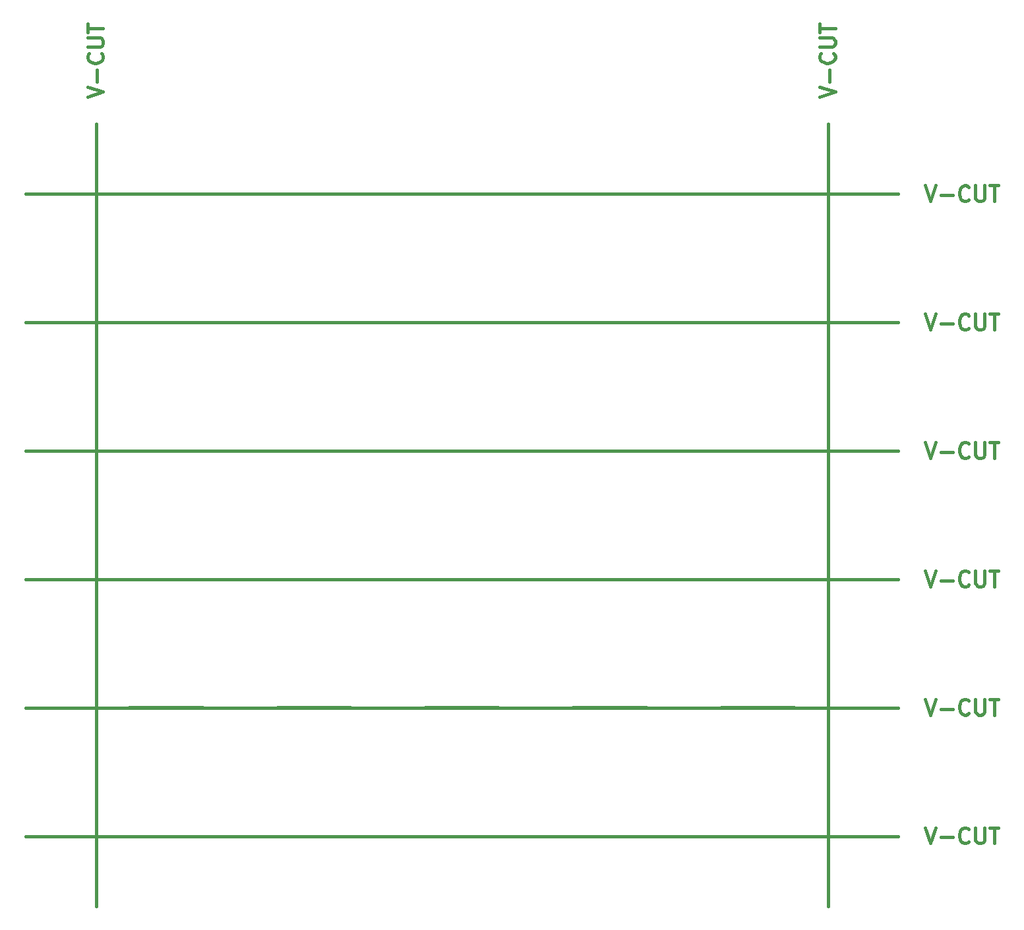
<source format=gbr>
G04 #@! TF.GenerationSoftware,KiCad,Pcbnew,(6.0.11)*
G04 #@! TF.CreationDate,2023-02-11T17:54:07+01:00*
G04 #@! TF.ProjectId,UDB-panel,5544422d-7061-46e6-956c-2e6b69636164,C4-RC1*
G04 #@! TF.SameCoordinates,Original*
G04 #@! TF.FileFunction,Other,Comment*
%FSLAX46Y46*%
G04 Gerber Fmt 4.6, Leading zero omitted, Abs format (unit mm)*
G04 Created by KiCad (PCBNEW (6.0.11)) date 2023-02-11 17:54:07*
%MOMM*%
%LPD*%
G01*
G04 APERTURE LIST*
%ADD10C,0.400000*%
%ADD11C,0.150000*%
G04 APERTURE END LIST*
D10*
X100000000Y97500000D02*
X100000000Y-3000000D01*
X-3000000Y39000000D02*
X109000000Y39000000D01*
X-3000000Y88500000D02*
X109000000Y88500000D01*
X6000000Y97500000D02*
X6000000Y-3000000D01*
X-3000000Y55500000D02*
X109000000Y55500000D01*
X-3000000Y72000000D02*
X109000000Y72000000D01*
X-3000000Y22500000D02*
X109000000Y22500000D01*
X-3000000Y6000000D02*
X109000000Y6000000D01*
X98904761Y100950477D02*
X100904761Y101617143D01*
X98904761Y102283810D01*
X100142857Y102950477D02*
X100142857Y104474286D01*
X100714285Y106569524D02*
X100809523Y106474286D01*
X100904761Y106188572D01*
X100904761Y105998096D01*
X100809523Y105712381D01*
X100619047Y105521905D01*
X100428571Y105426667D01*
X100047619Y105331429D01*
X99761904Y105331429D01*
X99380952Y105426667D01*
X99190476Y105521905D01*
X99000000Y105712381D01*
X98904761Y105998096D01*
X98904761Y106188572D01*
X99000000Y106474286D01*
X99095238Y106569524D01*
X98904761Y107426667D02*
X100523809Y107426667D01*
X100714285Y107521905D01*
X100809523Y107617143D01*
X100904761Y107807620D01*
X100904761Y108188572D01*
X100809523Y108379048D01*
X100714285Y108474286D01*
X100523809Y108569524D01*
X98904761Y108569524D01*
X98904761Y109236191D02*
X98904761Y110379048D01*
X100904761Y109807620D02*
X98904761Y109807620D01*
X112450476Y73095239D02*
X113117142Y71095239D01*
X113783809Y73095239D01*
X114450476Y71857143D02*
X115974285Y71857143D01*
X118069523Y71285715D02*
X117974285Y71190477D01*
X117688571Y71095239D01*
X117498095Y71095239D01*
X117212380Y71190477D01*
X117021904Y71380953D01*
X116926666Y71571429D01*
X116831428Y71952381D01*
X116831428Y72238096D01*
X116926666Y72619048D01*
X117021904Y72809524D01*
X117212380Y73000000D01*
X117498095Y73095239D01*
X117688571Y73095239D01*
X117974285Y73000000D01*
X118069523Y72904762D01*
X118926666Y73095239D02*
X118926666Y71476191D01*
X119021904Y71285715D01*
X119117142Y71190477D01*
X119307619Y71095239D01*
X119688571Y71095239D01*
X119879047Y71190477D01*
X119974285Y71285715D01*
X120069523Y71476191D01*
X120069523Y73095239D01*
X120736190Y73095239D02*
X121879047Y73095239D01*
X121307619Y71095239D02*
X121307619Y73095239D01*
X112450476Y23595239D02*
X113117142Y21595239D01*
X113783809Y23595239D01*
X114450476Y22357143D02*
X115974285Y22357143D01*
X118069523Y21785715D02*
X117974285Y21690477D01*
X117688571Y21595239D01*
X117498095Y21595239D01*
X117212380Y21690477D01*
X117021904Y21880953D01*
X116926666Y22071429D01*
X116831428Y22452381D01*
X116831428Y22738096D01*
X116926666Y23119048D01*
X117021904Y23309524D01*
X117212380Y23500000D01*
X117498095Y23595239D01*
X117688571Y23595239D01*
X117974285Y23500000D01*
X118069523Y23404762D01*
X118926666Y23595239D02*
X118926666Y21976191D01*
X119021904Y21785715D01*
X119117142Y21690477D01*
X119307619Y21595239D01*
X119688571Y21595239D01*
X119879047Y21690477D01*
X119974285Y21785715D01*
X120069523Y21976191D01*
X120069523Y23595239D01*
X120736190Y23595239D02*
X121879047Y23595239D01*
X121307619Y21595239D02*
X121307619Y23595239D01*
X112450476Y56595239D02*
X113117142Y54595239D01*
X113783809Y56595239D01*
X114450476Y55357143D02*
X115974285Y55357143D01*
X118069523Y54785715D02*
X117974285Y54690477D01*
X117688571Y54595239D01*
X117498095Y54595239D01*
X117212380Y54690477D01*
X117021904Y54880953D01*
X116926666Y55071429D01*
X116831428Y55452381D01*
X116831428Y55738096D01*
X116926666Y56119048D01*
X117021904Y56309524D01*
X117212380Y56500000D01*
X117498095Y56595239D01*
X117688571Y56595239D01*
X117974285Y56500000D01*
X118069523Y56404762D01*
X118926666Y56595239D02*
X118926666Y54976191D01*
X119021904Y54785715D01*
X119117142Y54690477D01*
X119307619Y54595239D01*
X119688571Y54595239D01*
X119879047Y54690477D01*
X119974285Y54785715D01*
X120069523Y54976191D01*
X120069523Y56595239D01*
X120736190Y56595239D02*
X121879047Y56595239D01*
X121307619Y54595239D02*
X121307619Y56595239D01*
X4904761Y100950477D02*
X6904761Y101617143D01*
X4904761Y102283810D01*
X6142857Y102950477D02*
X6142857Y104474286D01*
X6714285Y106569524D02*
X6809523Y106474286D01*
X6904761Y106188572D01*
X6904761Y105998096D01*
X6809523Y105712381D01*
X6619047Y105521905D01*
X6428571Y105426667D01*
X6047619Y105331429D01*
X5761904Y105331429D01*
X5380952Y105426667D01*
X5190476Y105521905D01*
X5000000Y105712381D01*
X4904761Y105998096D01*
X4904761Y106188572D01*
X5000000Y106474286D01*
X5095238Y106569524D01*
X4904761Y107426667D02*
X6523809Y107426667D01*
X6714285Y107521905D01*
X6809523Y107617143D01*
X6904761Y107807620D01*
X6904761Y108188572D01*
X6809523Y108379048D01*
X6714285Y108474286D01*
X6523809Y108569524D01*
X4904761Y108569524D01*
X4904761Y109236191D02*
X4904761Y110379048D01*
X6904761Y109807620D02*
X4904761Y109807620D01*
X112450476Y7095239D02*
X113117142Y5095239D01*
X113783809Y7095239D01*
X114450476Y5857143D02*
X115974285Y5857143D01*
X118069523Y5285715D02*
X117974285Y5190477D01*
X117688571Y5095239D01*
X117498095Y5095239D01*
X117212380Y5190477D01*
X117021904Y5380953D01*
X116926666Y5571429D01*
X116831428Y5952381D01*
X116831428Y6238096D01*
X116926666Y6619048D01*
X117021904Y6809524D01*
X117212380Y7000000D01*
X117498095Y7095239D01*
X117688571Y7095239D01*
X117974285Y7000000D01*
X118069523Y6904762D01*
X118926666Y7095239D02*
X118926666Y5476191D01*
X119021904Y5285715D01*
X119117142Y5190477D01*
X119307619Y5095239D01*
X119688571Y5095239D01*
X119879047Y5190477D01*
X119974285Y5285715D01*
X120069523Y5476191D01*
X120069523Y7095239D01*
X120736190Y7095239D02*
X121879047Y7095239D01*
X121307619Y5095239D02*
X121307619Y7095239D01*
X112450476Y40095239D02*
X113117142Y38095239D01*
X113783809Y40095239D01*
X114450476Y38857143D02*
X115974285Y38857143D01*
X118069523Y38285715D02*
X117974285Y38190477D01*
X117688571Y38095239D01*
X117498095Y38095239D01*
X117212380Y38190477D01*
X117021904Y38380953D01*
X116926666Y38571429D01*
X116831428Y38952381D01*
X116831428Y39238096D01*
X116926666Y39619048D01*
X117021904Y39809524D01*
X117212380Y40000000D01*
X117498095Y40095239D01*
X117688571Y40095239D01*
X117974285Y40000000D01*
X118069523Y39904762D01*
X118926666Y40095239D02*
X118926666Y38476191D01*
X119021904Y38285715D01*
X119117142Y38190477D01*
X119307619Y38095239D01*
X119688571Y38095239D01*
X119879047Y38190477D01*
X119974285Y38285715D01*
X120069523Y38476191D01*
X120069523Y40095239D01*
X120736190Y40095239D02*
X121879047Y40095239D01*
X121307619Y38095239D02*
X121307619Y40095239D01*
X112450476Y89595239D02*
X113117142Y87595239D01*
X113783809Y89595239D01*
X114450476Y88357143D02*
X115974285Y88357143D01*
X118069523Y87785715D02*
X117974285Y87690477D01*
X117688571Y87595239D01*
X117498095Y87595239D01*
X117212380Y87690477D01*
X117021904Y87880953D01*
X116926666Y88071429D01*
X116831428Y88452381D01*
X116831428Y88738096D01*
X116926666Y89119048D01*
X117021904Y89309524D01*
X117212380Y89500000D01*
X117498095Y89595239D01*
X117688571Y89595239D01*
X117974285Y89500000D01*
X118069523Y89404762D01*
X118926666Y89595239D02*
X118926666Y87976191D01*
X119021904Y87785715D01*
X119117142Y87690477D01*
X119307619Y87595239D01*
X119688571Y87595239D01*
X119879047Y87690477D01*
X119974285Y87785715D01*
X120069523Y87976191D01*
X120069523Y89595239D01*
X120736190Y89595239D02*
X121879047Y89595239D01*
X121307619Y87595239D02*
X121307619Y89595239D01*
D11*
G04 #@! TO.C,J1*
X48198000Y88620000D02*
X57798000Y88620000D01*
X48198000Y22620000D02*
X57798000Y22620000D01*
X67198000Y39120000D02*
X76798000Y39120000D01*
X29198000Y22620000D02*
X38798000Y22620000D01*
X86198000Y22620000D02*
X95798000Y22620000D01*
X48198000Y72120000D02*
X57798000Y72120000D01*
X67198000Y55620000D02*
X76798000Y55620000D01*
X10198000Y55620000D02*
X19798000Y55620000D01*
X29198000Y88620000D02*
X38798000Y88620000D01*
X10198000Y72120000D02*
X19798000Y72120000D01*
X29198000Y39120000D02*
X38798000Y39120000D01*
X29198000Y72120000D02*
X38798000Y72120000D01*
X86198000Y55620000D02*
X95798000Y55620000D01*
X86198000Y72120000D02*
X95798000Y72120000D01*
X67198000Y72120000D02*
X76798000Y72120000D01*
X86198000Y39120000D02*
X95798000Y39120000D01*
X10198000Y39120000D02*
X19798000Y39120000D01*
X29198000Y55620000D02*
X38798000Y55620000D01*
X67198000Y88620000D02*
X76798000Y88620000D01*
X67198000Y22620000D02*
X76798000Y22620000D01*
X10198000Y22620000D02*
X19798000Y22620000D01*
X48198000Y55620000D02*
X57798000Y55620000D01*
X10198000Y88620000D02*
X19798000Y88620000D01*
X48198000Y39120000D02*
X57798000Y39120000D01*
X86198000Y88620000D02*
X95798000Y88620000D01*
G04 #@! TD*
M02*

</source>
